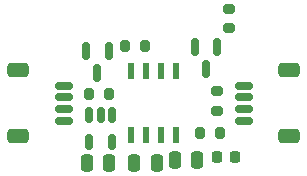
<source format=gtp>
%TF.GenerationSoftware,KiCad,Pcbnew,(6.0.10)*%
%TF.CreationDate,2023-01-14T14:38:52-05:00*%
%TF.ProjectId,AS5600-Breakout,41533536-3030-42d4-9272-65616b6f7574,rev?*%
%TF.SameCoordinates,Original*%
%TF.FileFunction,Paste,Top*%
%TF.FilePolarity,Positive*%
%FSLAX46Y46*%
G04 Gerber Fmt 4.6, Leading zero omitted, Abs format (unit mm)*
G04 Created by KiCad (PCBNEW (6.0.10)) date 2023-01-14 14:38:52*
%MOMM*%
%LPD*%
G01*
G04 APERTURE LIST*
G04 Aperture macros list*
%AMRoundRect*
0 Rectangle with rounded corners*
0 $1 Rounding radius*
0 $2 $3 $4 $5 $6 $7 $8 $9 X,Y pos of 4 corners*
0 Add a 4 corners polygon primitive as box body*
4,1,4,$2,$3,$4,$5,$6,$7,$8,$9,$2,$3,0*
0 Add four circle primitives for the rounded corners*
1,1,$1+$1,$2,$3*
1,1,$1+$1,$4,$5*
1,1,$1+$1,$6,$7*
1,1,$1+$1,$8,$9*
0 Add four rect primitives between the rounded corners*
20,1,$1+$1,$2,$3,$4,$5,0*
20,1,$1+$1,$4,$5,$6,$7,0*
20,1,$1+$1,$6,$7,$8,$9,0*
20,1,$1+$1,$8,$9,$2,$3,0*%
G04 Aperture macros list end*
%ADD10RoundRect,0.250000X-0.250000X-0.475000X0.250000X-0.475000X0.250000X0.475000X-0.250000X0.475000X0*%
%ADD11RoundRect,0.218750X0.218750X0.256250X-0.218750X0.256250X-0.218750X-0.256250X0.218750X-0.256250X0*%
%ADD12R,0.600000X1.400000*%
%ADD13RoundRect,0.150000X-0.625000X0.150000X-0.625000X-0.150000X0.625000X-0.150000X0.625000X0.150000X0*%
%ADD14RoundRect,0.250000X-0.650000X0.350000X-0.650000X-0.350000X0.650000X-0.350000X0.650000X0.350000X0*%
%ADD15RoundRect,0.200000X0.275000X-0.200000X0.275000X0.200000X-0.275000X0.200000X-0.275000X-0.200000X0*%
%ADD16RoundRect,0.150000X0.625000X-0.150000X0.625000X0.150000X-0.625000X0.150000X-0.625000X-0.150000X0*%
%ADD17RoundRect,0.250000X0.650000X-0.350000X0.650000X0.350000X-0.650000X0.350000X-0.650000X-0.350000X0*%
%ADD18RoundRect,0.250000X0.250000X0.475000X-0.250000X0.475000X-0.250000X-0.475000X0.250000X-0.475000X0*%
%ADD19RoundRect,0.200000X-0.200000X-0.275000X0.200000X-0.275000X0.200000X0.275000X-0.200000X0.275000X0*%
%ADD20RoundRect,0.150000X-0.150000X0.587500X-0.150000X-0.587500X0.150000X-0.587500X0.150000X0.587500X0*%
%ADD21RoundRect,0.150000X-0.150000X0.512500X-0.150000X-0.512500X0.150000X-0.512500X0.150000X0.512500X0*%
G04 APERTURE END LIST*
D10*
%TO.C,C3*%
X126238000Y-89916000D03*
X128138000Y-89916000D03*
%TD*%
D11*
%TO.C,D1*%
X131369000Y-89662000D03*
X129794000Y-89662000D03*
%TD*%
D12*
%TO.C,U2*%
X122555000Y-87790000D03*
X123825000Y-87790000D03*
X125095000Y-87790000D03*
X126365000Y-87790000D03*
X126365000Y-82390000D03*
X125095000Y-82390000D03*
X123825000Y-82390000D03*
X122555000Y-82390000D03*
%TD*%
D13*
%TO.C,J4*%
X116840000Y-83590000D03*
X116840000Y-84590000D03*
X116840000Y-85590000D03*
X116840000Y-86590000D03*
D14*
X112965000Y-82290000D03*
X112965000Y-87890000D03*
%TD*%
D15*
%TO.C,R2*%
X129840000Y-85724000D03*
X129840000Y-84074000D03*
%TD*%
D16*
%TO.C,J3*%
X132080000Y-86590000D03*
X132080000Y-85590000D03*
X132080000Y-84590000D03*
X132080000Y-83590000D03*
D17*
X135955000Y-82290000D03*
X135955000Y-87890000D03*
%TD*%
D10*
%TO.C,C2*%
X122814000Y-90170000D03*
X124714000Y-90170000D03*
%TD*%
D18*
%TO.C,C1*%
X120696000Y-90170000D03*
X118796000Y-90170000D03*
%TD*%
D19*
%TO.C,R1*%
X128398000Y-87630000D03*
X130048000Y-87630000D03*
%TD*%
D20*
%TO.C,Q2*%
X129855000Y-80342500D03*
X127955000Y-80342500D03*
X128905000Y-82217500D03*
%TD*%
D19*
%TO.C,R5*%
X122048000Y-80264000D03*
X123698000Y-80264000D03*
%TD*%
%TO.C,R3*%
X118997000Y-84328000D03*
X120647000Y-84328000D03*
%TD*%
D21*
%TO.C,U1*%
X120904000Y-86117000D03*
X119954000Y-86117000D03*
X119004000Y-86117000D03*
X119004000Y-88392000D03*
X120904000Y-88392000D03*
%TD*%
D15*
%TO.C,R4*%
X130810000Y-78740000D03*
X130810000Y-77090000D03*
%TD*%
D20*
%TO.C,Q1*%
X120645000Y-80645000D03*
X118745000Y-80645000D03*
X119695000Y-82520000D03*
%TD*%
M02*

</source>
